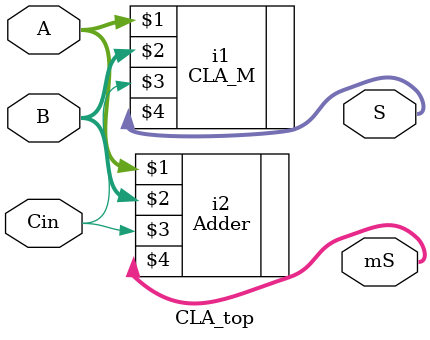
<source format=v>
module CLA_top(A, B, Cin, S, mS);
	input [2:0] A, B;
	input Cin;
	output [3:0] S, mS;
	
	CLA_M i1 (A, B, Cin, S);
	Adder i2 (A, B, Cin, mS);
endmodule
	
	
</source>
